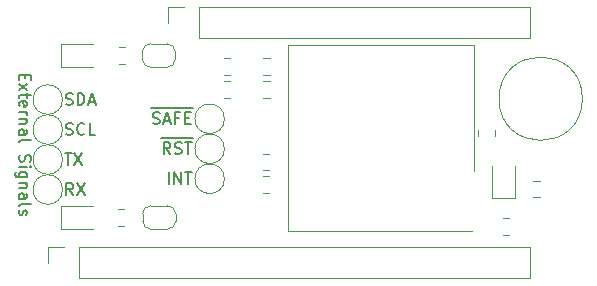
<source format=gbr>
G04 #@! TF.GenerationSoftware,KiCad,Pcbnew,(5.1.4)-1*
G04 #@! TF.CreationDate,2019-11-09T17:02:04-05:00*
G04 #@! TF.ProjectId,Feather-SAM-M8Q-GPS,46656174-6865-4722-9d53-414d2d4d3851,rev?*
G04 #@! TF.SameCoordinates,Original*
G04 #@! TF.FileFunction,Legend,Top*
G04 #@! TF.FilePolarity,Positive*
%FSLAX46Y46*%
G04 Gerber Fmt 4.6, Leading zero omitted, Abs format (unit mm)*
G04 Created by KiCad (PCBNEW (5.1.4)-1) date 2019-11-09 17:02:04*
%MOMM*%
%LPD*%
G04 APERTURE LIST*
%ADD10C,0.150000*%
%ADD11C,0.120000*%
G04 APERTURE END LIST*
D10*
X89403228Y-61483028D02*
X89403228Y-61816361D01*
X88879419Y-61959219D02*
X88879419Y-61483028D01*
X89879419Y-61483028D01*
X89879419Y-61959219D01*
X88879419Y-62292552D02*
X89546085Y-62816361D01*
X89546085Y-62292552D02*
X88879419Y-62816361D01*
X89546085Y-63054457D02*
X89546085Y-63435409D01*
X89879419Y-63197314D02*
X89022276Y-63197314D01*
X88927038Y-63244933D01*
X88879419Y-63340171D01*
X88879419Y-63435409D01*
X88927038Y-64149695D02*
X88879419Y-64054457D01*
X88879419Y-63863980D01*
X88927038Y-63768742D01*
X89022276Y-63721123D01*
X89403228Y-63721123D01*
X89498466Y-63768742D01*
X89546085Y-63863980D01*
X89546085Y-64054457D01*
X89498466Y-64149695D01*
X89403228Y-64197314D01*
X89307990Y-64197314D01*
X89212752Y-63721123D01*
X88879419Y-64625885D02*
X89546085Y-64625885D01*
X89355609Y-64625885D02*
X89450847Y-64673504D01*
X89498466Y-64721123D01*
X89546085Y-64816361D01*
X89546085Y-64911600D01*
X89546085Y-65244933D02*
X88879419Y-65244933D01*
X89450847Y-65244933D02*
X89498466Y-65292552D01*
X89546085Y-65387790D01*
X89546085Y-65530647D01*
X89498466Y-65625885D01*
X89403228Y-65673504D01*
X88879419Y-65673504D01*
X88879419Y-66578266D02*
X89403228Y-66578266D01*
X89498466Y-66530647D01*
X89546085Y-66435409D01*
X89546085Y-66244933D01*
X89498466Y-66149695D01*
X88927038Y-66578266D02*
X88879419Y-66483028D01*
X88879419Y-66244933D01*
X88927038Y-66149695D01*
X89022276Y-66102076D01*
X89117514Y-66102076D01*
X89212752Y-66149695D01*
X89260371Y-66244933D01*
X89260371Y-66483028D01*
X89307990Y-66578266D01*
X88879419Y-67197314D02*
X88927038Y-67102076D01*
X89022276Y-67054457D01*
X89879419Y-67054457D01*
X88927038Y-68292552D02*
X88879419Y-68435409D01*
X88879419Y-68673504D01*
X88927038Y-68768742D01*
X88974657Y-68816361D01*
X89069895Y-68863980D01*
X89165133Y-68863980D01*
X89260371Y-68816361D01*
X89307990Y-68768742D01*
X89355609Y-68673504D01*
X89403228Y-68483028D01*
X89450847Y-68387790D01*
X89498466Y-68340171D01*
X89593704Y-68292552D01*
X89688942Y-68292552D01*
X89784180Y-68340171D01*
X89831800Y-68387790D01*
X89879419Y-68483028D01*
X89879419Y-68721123D01*
X89831800Y-68863980D01*
X88879419Y-69292552D02*
X89546085Y-69292552D01*
X89879419Y-69292552D02*
X89831800Y-69244933D01*
X89784180Y-69292552D01*
X89831800Y-69340171D01*
X89879419Y-69292552D01*
X89784180Y-69292552D01*
X89546085Y-70197314D02*
X88736561Y-70197314D01*
X88641323Y-70149695D01*
X88593704Y-70102076D01*
X88546085Y-70006838D01*
X88546085Y-69863980D01*
X88593704Y-69768742D01*
X88927038Y-70197314D02*
X88879419Y-70102076D01*
X88879419Y-69911600D01*
X88927038Y-69816361D01*
X88974657Y-69768742D01*
X89069895Y-69721123D01*
X89355609Y-69721123D01*
X89450847Y-69768742D01*
X89498466Y-69816361D01*
X89546085Y-69911600D01*
X89546085Y-70102076D01*
X89498466Y-70197314D01*
X89546085Y-70673504D02*
X88879419Y-70673504D01*
X89450847Y-70673504D02*
X89498466Y-70721123D01*
X89546085Y-70816361D01*
X89546085Y-70959219D01*
X89498466Y-71054457D01*
X89403228Y-71102076D01*
X88879419Y-71102076D01*
X88879419Y-72006838D02*
X89403228Y-72006838D01*
X89498466Y-71959219D01*
X89546085Y-71863980D01*
X89546085Y-71673504D01*
X89498466Y-71578266D01*
X88927038Y-72006838D02*
X88879419Y-71911600D01*
X88879419Y-71673504D01*
X88927038Y-71578266D01*
X89022276Y-71530647D01*
X89117514Y-71530647D01*
X89212752Y-71578266D01*
X89260371Y-71673504D01*
X89260371Y-71911600D01*
X89307990Y-72006838D01*
X88879419Y-72625885D02*
X88927038Y-72530647D01*
X89022276Y-72483028D01*
X89879419Y-72483028D01*
X88927038Y-72959219D02*
X88879419Y-73054457D01*
X88879419Y-73244933D01*
X88927038Y-73340171D01*
X89022276Y-73387790D01*
X89069895Y-73387790D01*
X89165133Y-73340171D01*
X89212752Y-73244933D01*
X89212752Y-73102076D01*
X89260371Y-73006838D01*
X89355609Y-72959219D01*
X89403228Y-72959219D01*
X89498466Y-73006838D01*
X89546085Y-73102076D01*
X89546085Y-73244933D01*
X89498466Y-73340171D01*
D11*
X106267300Y-67767200D02*
G75*
G03X106267300Y-67767200I-1251000J0D01*
G01*
X106267300Y-65227200D02*
G75*
G03X106267300Y-65227200I-1251000J0D01*
G01*
X106267300Y-70307200D02*
G75*
G03X106267300Y-70307200I-1251000J0D01*
G01*
X92564000Y-63601600D02*
G75*
G03X92564000Y-63601600I-1251000J0D01*
G01*
X92564000Y-66141600D02*
G75*
G03X92564000Y-66141600I-1251000J0D01*
G01*
X92564000Y-71221600D02*
G75*
G03X92564000Y-71221600I-1251000J0D01*
G01*
X92564000Y-68681600D02*
G75*
G03X92564000Y-68681600I-1251000J0D01*
G01*
X127257000Y-74712800D02*
X111647000Y-74712800D01*
X111647000Y-74712800D02*
X111647000Y-58992800D01*
X127367000Y-58992800D02*
X111647000Y-58992800D01*
X127367000Y-69652800D02*
X127367000Y-58992800D01*
X101514600Y-57099200D02*
X101514600Y-55769200D01*
X101514600Y-55769200D02*
X102844600Y-55769200D01*
X104114600Y-55769200D02*
X132114600Y-55769200D01*
X132114600Y-58429200D02*
X132114600Y-55769200D01*
X104114600Y-58429200D02*
X132114600Y-58429200D01*
X104114600Y-58429200D02*
X104114600Y-55769200D01*
X91354600Y-77419200D02*
X91354600Y-76089200D01*
X91354600Y-76089200D02*
X92684600Y-76089200D01*
X93954600Y-76089200D02*
X132114600Y-76089200D01*
X132114600Y-78749200D02*
X132114600Y-76089200D01*
X93954600Y-78749200D02*
X132114600Y-78749200D01*
X93954600Y-78749200D02*
X93954600Y-76089200D01*
X130881000Y-71941400D02*
X130881000Y-69256400D01*
X128961000Y-71941400D02*
X130881000Y-71941400D01*
X128961000Y-69256400D02*
X128961000Y-71941400D01*
X106192822Y-63448000D02*
X106709978Y-63448000D01*
X106192822Y-62028000D02*
X106709978Y-62028000D01*
X106192822Y-61492200D02*
X106709978Y-61492200D01*
X106192822Y-60072200D02*
X106709978Y-60072200D01*
X97277422Y-74293800D02*
X97794578Y-74293800D01*
X97277422Y-72873800D02*
X97794578Y-72873800D01*
X97328222Y-60577800D02*
X97845378Y-60577800D01*
X97328222Y-59157800D02*
X97845378Y-59157800D01*
X132948178Y-70460800D02*
X132431022Y-70460800D01*
X132948178Y-71880800D02*
X132431022Y-71880800D01*
X109520222Y-69594800D02*
X110037378Y-69594800D01*
X109520222Y-68174800D02*
X110037378Y-68174800D01*
X109520222Y-71499800D02*
X110037378Y-71499800D01*
X109520222Y-70079800D02*
X110037378Y-70079800D01*
X109571022Y-63448000D02*
X110088178Y-63448000D01*
X109571022Y-62028000D02*
X110088178Y-62028000D01*
X109571022Y-61492200D02*
X110088178Y-61492200D01*
X109571022Y-60072200D02*
X110088178Y-60072200D01*
X101436400Y-74583800D02*
X100036400Y-74583800D01*
X99336400Y-73883800D02*
X99336400Y-73283800D01*
X100036400Y-72583800D02*
X101436400Y-72583800D01*
X102136400Y-73283800D02*
X102136400Y-73883800D01*
X102136400Y-73883800D02*
G75*
G02X101436400Y-74583800I-700000J0D01*
G01*
X101436400Y-72583800D02*
G75*
G02X102136400Y-73283800I0J-700000D01*
G01*
X99336400Y-73283800D02*
G75*
G02X100036400Y-72583800I700000J0D01*
G01*
X100036400Y-74583800D02*
G75*
G02X99336400Y-73883800I0J700000D01*
G01*
X101411000Y-60867800D02*
X100011000Y-60867800D01*
X99311000Y-60167800D02*
X99311000Y-59567800D01*
X100011000Y-58867800D02*
X101411000Y-58867800D01*
X102111000Y-59567800D02*
X102111000Y-60167800D01*
X102111000Y-60167800D02*
G75*
G02X101411000Y-60867800I-700000J0D01*
G01*
X101411000Y-58867800D02*
G75*
G02X102111000Y-59567800I0J-700000D01*
G01*
X99311000Y-59567800D02*
G75*
G02X100011000Y-58867800I700000J0D01*
G01*
X100011000Y-60867800D02*
G75*
G02X99311000Y-60167800I0J700000D01*
G01*
X92447400Y-74543800D02*
X95132400Y-74543800D01*
X92447400Y-72623800D02*
X92447400Y-74543800D01*
X95132400Y-72623800D02*
X92447400Y-72623800D01*
X92447400Y-60827800D02*
X95132400Y-60827800D01*
X92447400Y-58907800D02*
X92447400Y-60827800D01*
X95132400Y-58907800D02*
X92447400Y-58907800D01*
X129183200Y-66679578D02*
X129183200Y-66162422D01*
X127763200Y-66679578D02*
X127763200Y-66162422D01*
X129814822Y-75081200D02*
X130331978Y-75081200D01*
X129814822Y-73661200D02*
X130331978Y-73661200D01*
X136575200Y-63529200D02*
G75*
G03X136575200Y-63529200I-3530000J0D01*
G01*
D10*
X100874171Y-66839500D02*
X101874171Y-66839500D01*
X101683694Y-68206880D02*
X101350361Y-67730690D01*
X101112266Y-68206880D02*
X101112266Y-67206880D01*
X101493218Y-67206880D01*
X101588456Y-67254500D01*
X101636075Y-67302119D01*
X101683694Y-67397357D01*
X101683694Y-67540214D01*
X101636075Y-67635452D01*
X101588456Y-67683071D01*
X101493218Y-67730690D01*
X101112266Y-67730690D01*
X101874171Y-66839500D02*
X102826552Y-66839500D01*
X102064647Y-68159261D02*
X102207504Y-68206880D01*
X102445599Y-68206880D01*
X102540837Y-68159261D01*
X102588456Y-68111642D01*
X102636075Y-68016404D01*
X102636075Y-67921166D01*
X102588456Y-67825928D01*
X102540837Y-67778309D01*
X102445599Y-67730690D01*
X102255123Y-67683071D01*
X102159885Y-67635452D01*
X102112266Y-67587833D01*
X102064647Y-67492595D01*
X102064647Y-67397357D01*
X102112266Y-67302119D01*
X102159885Y-67254500D01*
X102255123Y-67206880D01*
X102493218Y-67206880D01*
X102636075Y-67254500D01*
X102826552Y-66839500D02*
X103588456Y-66839500D01*
X102921790Y-67206880D02*
X103493218Y-67206880D01*
X103207504Y-68206880D02*
X103207504Y-67206880D01*
X100017027Y-64299500D02*
X100969408Y-64299500D01*
X100207503Y-65619261D02*
X100350361Y-65666880D01*
X100588456Y-65666880D01*
X100683694Y-65619261D01*
X100731313Y-65571642D01*
X100778932Y-65476404D01*
X100778932Y-65381166D01*
X100731313Y-65285928D01*
X100683694Y-65238309D01*
X100588456Y-65190690D01*
X100397980Y-65143071D01*
X100302742Y-65095452D01*
X100255122Y-65047833D01*
X100207503Y-64952595D01*
X100207503Y-64857357D01*
X100255122Y-64762119D01*
X100302742Y-64714500D01*
X100397980Y-64666880D01*
X100636075Y-64666880D01*
X100778932Y-64714500D01*
X100969408Y-64299500D02*
X101826551Y-64299500D01*
X101159884Y-65381166D02*
X101636075Y-65381166D01*
X101064646Y-65666880D02*
X101397980Y-64666880D01*
X101731313Y-65666880D01*
X101826551Y-64299500D02*
X102683694Y-64299500D01*
X102397980Y-65143071D02*
X102064646Y-65143071D01*
X102064646Y-65666880D02*
X102064646Y-64666880D01*
X102540837Y-64666880D01*
X102683694Y-64299500D02*
X103588456Y-64299500D01*
X102921789Y-65143071D02*
X103255122Y-65143071D01*
X103397980Y-65666880D02*
X102921789Y-65666880D01*
X102921789Y-64666880D01*
X103397980Y-64666880D01*
X101540838Y-70746880D02*
X101540838Y-69746880D01*
X102017028Y-70746880D02*
X102017028Y-69746880D01*
X102588457Y-70746880D01*
X102588457Y-69746880D01*
X102921790Y-69746880D02*
X103493219Y-69746880D01*
X103207504Y-70746880D02*
X103207504Y-69746880D01*
X92848324Y-64006361D02*
X92991181Y-64053980D01*
X93229276Y-64053980D01*
X93324514Y-64006361D01*
X93372133Y-63958742D01*
X93419752Y-63863504D01*
X93419752Y-63768266D01*
X93372133Y-63673028D01*
X93324514Y-63625409D01*
X93229276Y-63577790D01*
X93038800Y-63530171D01*
X92943562Y-63482552D01*
X92895943Y-63434933D01*
X92848324Y-63339695D01*
X92848324Y-63244457D01*
X92895943Y-63149219D01*
X92943562Y-63101600D01*
X93038800Y-63053980D01*
X93276895Y-63053980D01*
X93419752Y-63101600D01*
X93848324Y-64053980D02*
X93848324Y-63053980D01*
X94086419Y-63053980D01*
X94229276Y-63101600D01*
X94324514Y-63196838D01*
X94372133Y-63292076D01*
X94419752Y-63482552D01*
X94419752Y-63625409D01*
X94372133Y-63815885D01*
X94324514Y-63911123D01*
X94229276Y-64006361D01*
X94086419Y-64053980D01*
X93848324Y-64053980D01*
X94800705Y-63768266D02*
X95276895Y-63768266D01*
X94705467Y-64053980D02*
X95038800Y-63053980D01*
X95372133Y-64053980D01*
X92848323Y-66546361D02*
X92991180Y-66593980D01*
X93229276Y-66593980D01*
X93324514Y-66546361D01*
X93372133Y-66498742D01*
X93419752Y-66403504D01*
X93419752Y-66308266D01*
X93372133Y-66213028D01*
X93324514Y-66165409D01*
X93229276Y-66117790D01*
X93038800Y-66070171D01*
X92943561Y-66022552D01*
X92895942Y-65974933D01*
X92848323Y-65879695D01*
X92848323Y-65784457D01*
X92895942Y-65689219D01*
X92943561Y-65641600D01*
X93038800Y-65593980D01*
X93276895Y-65593980D01*
X93419752Y-65641600D01*
X94419752Y-66498742D02*
X94372133Y-66546361D01*
X94229276Y-66593980D01*
X94134038Y-66593980D01*
X93991180Y-66546361D01*
X93895942Y-66451123D01*
X93848323Y-66355885D01*
X93800704Y-66165409D01*
X93800704Y-66022552D01*
X93848323Y-65832076D01*
X93895942Y-65736838D01*
X93991180Y-65641600D01*
X94134038Y-65593980D01*
X94229276Y-65593980D01*
X94372133Y-65641600D01*
X94419752Y-65689219D01*
X95324514Y-66593980D02*
X94848323Y-66593980D01*
X94848323Y-65593980D01*
X93467371Y-71673980D02*
X93134038Y-71197790D01*
X92895942Y-71673980D02*
X92895942Y-70673980D01*
X93276895Y-70673980D01*
X93372133Y-70721600D01*
X93419752Y-70769219D01*
X93467371Y-70864457D01*
X93467371Y-71007314D01*
X93419752Y-71102552D01*
X93372133Y-71150171D01*
X93276895Y-71197790D01*
X92895942Y-71197790D01*
X93800704Y-70673980D02*
X94467371Y-71673980D01*
X94467371Y-70673980D02*
X93800704Y-71673980D01*
X92753086Y-68133980D02*
X93324514Y-68133980D01*
X93038800Y-69133980D02*
X93038800Y-68133980D01*
X93562610Y-68133980D02*
X94229276Y-69133980D01*
X94229276Y-68133980D02*
X93562610Y-69133980D01*
M02*

</source>
